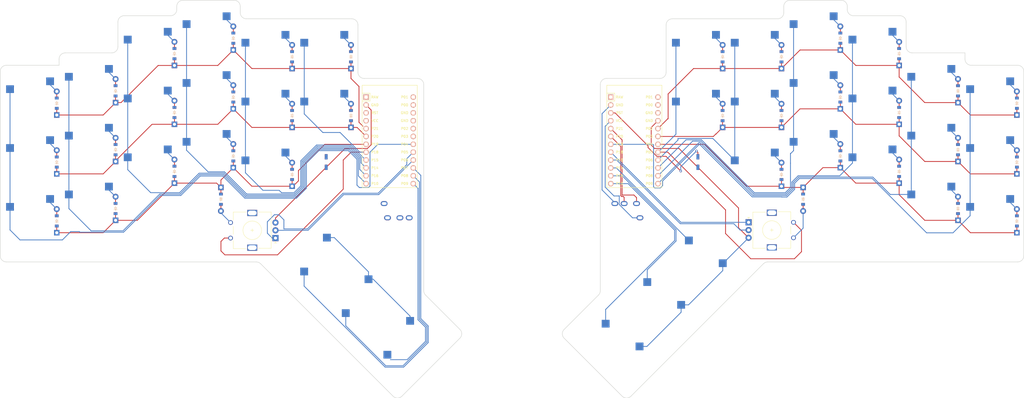
<source format=kicad_pcb>
(kicad_pcb (version 20211014) (generator pcbnew)
  (title_block (title "lenz03") (rev "v1.0.0") (company "Unknown"))
  (layers (0 "F.Cu" signal) (31 "B.Cu" signal) (34 "B.Paste" user) (35 "F.Paste" user) (36 "B.SilkS" user "B.Silkscreen") (37 "F.SilkS" user "F.Silkscreen") (38 "B.Mask" user) (39 "F.Mask" user) (44 "Edge.Cuts" user))
  (net 0 "")
  (net 1 "P4")
  (net 2 "prepinky_bottom")
  (net 3 "P19")
  (net 4 "prepinky_home")
  (net 5 "P20")
  (net 6 "prepinky_top")
  (net 7 "P21")
  (net 8 "P10")
  (net 9 "pinky_bottom")
  (net 10 "pinky_home")
  (net 11 "pinky_top")
  (net 12 "P16")
  (net 13 "ring_bottom")
  (net 14 "ring_home")
  (net 15 "ring_top")
  (net 16 "P14")
  (net 17 "middle_bottom")
  (net 18 "middle_home")
  (net 19 "middle_top")
  (net 20 "P15")
  (net 21 "index_bottom")
  (net 22 "index_home")
  (net 23 "index_top")
  (net 24 "P18")
  (net 25 "postindex_home")
  (net 26 "postindex_top")
  (net 27 "near_home")
  (net 28 "P5")
  (net 29 "GND")
  (net 30 "P6")
  (net 31 "P7")
  (net 32 "P8")
  (net 33 "P9")
  (net 34 "mirror_prepinky_bottom")
  (net 35 "mirror_prepinky_home")
  (net 36 "P3")
  (net 37 "mirror_prepinky_top")
  (net 38 "P2")
  (net 39 "mirror_pinky_bottom")
  (net 40 "mirror_pinky_home")
  (net 41 "mirror_pinky_top")
  (net 42 "mirror_ring_bottom")
  (net 43 "mirror_ring_home")
  (net 44 "mirror_ring_top")
  (net 45 "mirror_middle_bottom")
  (net 46 "mirror_middle_home")
  (net 47 "mirror_middle_top")
  (net 48 "mirror_index_bottom")
  (net 49 "mirror_index_home")
  (net 50 "mirror_index_top")
  (net 51 "mirror_postindex_home")
  (net 52 "mirror_postindex_top")
  (net 53 "mirror_near_home")
  (net 54 "RAW")
  (net 55 "RST")
  (net 56 "VCC")
  (net 57 "P1")
  (net 58 "P0")
  (footprint "ComboDiode" (layer "F.Cu") (at 299 -33 90)
    (fp_text reference "D26" hide)
    (fp_text value "" hide)
  )
  (footprint "MX" (layer "F.Cu") (at 310 -42)
    (fp_text reference "S26" hide)
    (fp_text value "" hide)
  )
  (footprint "MX" (layer "F.Cu") (at 234 -34)
    (fp_text reference "S36" hide)
    (fp_text value "" hide)
  )
  (footprint "ComboDiode" (layer "F.Cu") (at 27 2 90)
    (fp_text reference "D1" hide)
    (fp_text value "" hide)
  )
  (footprint "ComboDiode" (layer "F.Cu") (at 84 -57 90)
    (fp_text reference "D12" hide)
    (fp_text value "" hide)
  )
  (footprint "MX" (layer "F.Cu") (at 127.120058 28.556349 45)
    (fp_text reference "S19" hide)
    (fp_text value "" hide)
  )
  (footprint "ComboDiode" (layer "F.Cu") (at 122 -51 90)
    (fp_text reference "D17" hide)
    (fp_text value "" hide)
  )
  (footprint "MX" (layer "F.Cu") (at 234 -53)
    (fp_text reference "S37" hide)
    (fp_text value "" hide)
  )
  (footprint "ComboDiode" (layer "F.Cu") (at 337 2 90)
    (fp_text reference "D19" hide)
    (fp_text value "" hide)
  )
  (footprint "MX" (layer "F.Cu") (at 253 -53)
    (fp_text reference "S35" hide)
    (fp_text value "" hide)
  )
  (footprint "MX" (layer "F.Cu") (at 38 -4)
    (fp_text reference "S4" hide)
    (fp_text value "" hide)
  )
  (footprint "MX" (layer "F.Cu") (at 291 -16)
    (fp_text reference "S27" hide)
    (fp_text value "" hide)
  )
  (footprint "MX" (layer "F.Cu") (at 19 -19)
    (fp_text reference "S2" hide)
    (fp_text value "" hide)
  )
  (footprint "MX" (layer "F.Cu") (at 38 -23)
    (fp_text reference "S5" hide)
    (fp_text value "" hide)
  )
  (footprint "Button_Switch_SMD:SW_SPST_B3U-1000P" (layer "F.Cu") (at 114 -17 90)
    (fp_text reference "")
    (fp_text value "")
  )
  (footprint "MX" (layer "F.Cu") (at 272 -40)
    (fp_text reference "S31" hide)
    (fp_text value "" hide)
  )
  (footprint "MX" (layer "F.Cu") (at 76 -59)
    (fp_text reference "S12" hide)
    (fp_text value "" hide)
  )
  (footprint "ComboDiode" (layer "F.Cu") (at 261 -32 90)
    (fp_text reference "D32" hide)
    (fp_text value "" hide)
  )
  (footprint "MX" (layer "F.Cu") (at 19 0)
    (fp_text reference "S1" hide)
    (fp_text value "" hide)
  )
  (footprint "MX" (layer "F.Cu") (at 310 -4)
    (fp_text reference "S24" hide)
    (fp_text value "" hide)
  )
  (footprint "ComboDiode" (layer "F.Cu") (at 27 -36 90)
    (fp_text reference "D3" hide)
    (fp_text value "" hide)
  )
  (footprint "MX" (layer "F.Cu") (at 57 -35)
    (fp_text reference "S8" hide)
    (fp_text value "" hide)
  )
  (footprint "MX" (layer "F.Cu") (at 329 -38)
    (fp_text reference "S23" hide)
    (fp_text value "" hide)
  )
  (footprint "MX" (layer "F.Cu") (at 95 -34)
    (fp_text reference "S14" hide)
    (fp_text value "" hide)
  )
  (footprint "MX" (layer "F.Cu") (at 113.685029 15.12132 45)
    (fp_text reference "S18" hide)
    (fp_text value "" hide)
  )
  (footprint "MX" (layer "F.Cu") (at 76 -40)
    (fp_text reference "S11" hide)
    (fp_text value "" hide)
  )
  (footprint "MX" (layer "F.Cu") (at 19 -38)
    (fp_text reference "S3" hide)
    (fp_text value "" hide)
  )
  (footprint "MX" (layer "F.Cu") (at 38 -42)
    (fp_text reference "S6" hide)
    (fp_text value "" hide)
  )
  (footprint "MX" (layer "F.Cu") (at 76 -21)
    (fp_text reference "S10" hide)
    (fp_text value "" hide)
  )
  (footprint "ComboDiode" (layer "F.Cu") (at 84 -19 90)
    (fp_text reference "D10" hide)
    (fp_text value "" hide)
  )
  (footprint "ComboDiode" (layer "F.Cu") (at 84 -38 90)
    (fp_text reference "D11" hide)
    (fp_text value "" hide)
  )
  (footprint "TRRS-PJ-320A-dual" (layer "F.Cu") (at 204 -3.6 90)
    (fp_text reference "REF**")
    (fp_text value "TRRS-PJ-320A-dual")
  )
  (footprint "MX" (layer "F.Cu") (at 329 0)
    (fp_text reference "S21" hide)
    (fp_text value "" hide)
  )
  (footprint "ProMicro" (layer "F.Cu") (at 134.5 -24 -90)
    (fp_text reference "MCU1" hide)
    (fp_text value "" hide)
  )
  (footprint "ComboDiode" (layer "F.Cu") (at 80 -5 -90)
    (fp_text reference "D18" hide)
    (fp_text value "" hide)
  )
  (footprint "ComboDiode" (layer "F.Cu") (at 103 -51 90)
    (fp_text reference "D15" hide)
    (fp_text value "" hide)
  )
  (footprint "Button_Switch_SMD:SW_SPST_B3U-1000P" (layer "F.Cu") (at 234 -17 90)
    (fp_text reference "")
    (fp_text value "")
  )
  (footprint "MX" (layer "F.Cu") (at 207.444913 41.991378 -45)
    (fp_text reference "S40" hide)
    (fp_text value "" hide)
  )
  (footprint "ComboDiode" (layer "F.Cu") (at 318 -21 90)
    (fp_text reference "D23" hide)
    (fp_text value "" hide)
  )
  (footprint "ComboDiode" (layer "F.Cu") (at 122 -32 90)
    (fp_text reference "D16" hide)
    (fp_text value "" hide)
  )
  (footprint "ComboDiode" (layer "F.Cu") (at 318 -40 90)
    (fp_text reference "D24" hide)
    (fp_text value "" hide)
  )
  (footprint "ComboDiode" (layer "F.Cu") (at 318 -2 90)
    (fp_text reference "D22" hide)
    (fp_text value "" hide)
  )
  (footprint "ComboDiode" (layer "F.Cu") (at 337 -17 90)
    (fp_text reference "D20" hide)
    (fp_text value "" hide)
  )
  (footprint "rotary_encoder" (layer "F.Cu") (at 90 5 180)
    (fp_text reference "ROT1" hide)
    (fp_text value "")
  )
  (footprint "ComboDiode" (layer "F.Cu") (at 65 -52 90)
    (fp_text reference "D9" hide)
    (fp_text value "" hide)
  )
  (footprint "MX" (layer "F.Cu") (at 291 -54)
    (fp_text reference "S29" hide)
    (fp_text value "" hide)
  )
  (footprint "ComboDiode" (layer "F.Cu") (at 65 -33 90)
    (fp_text reference "D8" hide)
    (fp_text value "" hide)
  )
  (footprint "ComboDiode" (layer "F.Cu") (at 299 -14 90)
    (fp_text reference "D25" hide)
    (fp_text value "" hide)
  )
  (footprint "ComboDiode" (layer "F.Cu") (at 65 -14 90)
    (fp_text reference "D7" hide)
    (fp_text value "" hide)
  )
  (footprint "MX" (layer "F.Cu") (at 95 -53)
    (fp_text reference "S15" hide)
    (fp_text value "" hide)
  )
  (footprint "MX" (layer "F.Cu") (at 272 -21)
    (fp_text reference "S30" hide)
    (fp_text value "" hide)
  )
  (footprint "MX" (layer "F.Cu") (at 140.555087 41.991378 45)
    (fp_text reference "S20" hide)
    (fp_text value "" hide)
  )
  (footprint "MX" (layer "F.Cu") (at 220.879942 28.556349 -45)
    (fp_text reference "S39" hide)
    (fp_text value "" hide)
  )
  (footprint "ComboDiode" (layer "F.Cu") (at 299 -52 90)
    (fp_text reference "D27" hide)
    (fp_text value "" hide)
  )
  (footprint "ComboDiode" (layer "F.Cu") (at 103 -13 90)
    (fp_text reference "D13" hide)
    (fp_text value "" hide)
  )
  (footprint "MX" (layer "F.Cu") (at 57 -16)
    (fp_text reference "S7" hide)
    (fp_text value "" hide)
  )
  (footprint "ComboDiode" (layer "F.Cu") (at 337 -36 90)
    (fp_text reference "D21" hide)
    (fp_text value "" hide)
  )
  (footprint "ComboDiode" (layer "F.Cu") (at 46 -21 90)
    (fp_text reference "D5" hide)
    (fp_text value "" hide)
  )
  (footprint "ComboDiode" (layer "F.Cu") (at 261 -51 90)
    (fp_text reference "D33" hide)
    (fp_text value "" hide)
  )
  (footprint "ComboDiode" (layer "F.Cu") (at 280 -57 90)
    (fp_text reference "D30" hide)
    (fp_text value "" hide)
  )
  (footprint "MX" (layer "F.Cu") (at 272 -59)
    (fp_text reference "S32" hide)
    (fp_text value "" hide)
  )
  (footprint "MX" (layer "F.Cu") (at 234.314971 15.12132 -45)
    (fp_text reference "S38" hide)
    (fp_text value "" hide)
  )
  (footprint "ComboDiode" (layer "F.Cu") (at 46 -40 90)
    (fp_text reference "D6" hide)
    (fp_text value "" hide)
  )
  (footprint "ComboDiode" (layer "F.Cu") (at 103 -32 90)
    (fp_text reference "D14" hide)
    (fp_text value "" hide)
  )
  (footprint "MX" (layer "F.Cu") (at 114 -34)
    (fp_text reference "S16" hide)
    (fp_text value "" hide)
  )
  (footprint "MX" (layer "F.Cu") (at 291 -35)
    (fp_text reference "S28" hide)
    (fp_text value "" hide)
  )
  (footprint "TRRS-PJ-320A-dual" (layer "F.Cu") (at 144 1 -90)
    (fp_text reference "REF**")
    (fp_text value "TRRS-PJ-320A-dual")
  )
  (footprint "ComboDiode" (layer "F.Cu") (at 242 -51 90)
    (fp_text reference "D35" hide)
    (fp_text value "" hide)
  )
  (footprint "ComboDiode" (layer "F.Cu") (at 280 -19 90)
    (fp_text reference "D28" hide)
    (fp_text value "" hide)
  )
  (footprint "MX" (layer "F.Cu") (at 95 -15)
    (fp_text reference "S13" hide)
    (fp_text value "" hide)
  )
  (footprint "ProMicro" (layer "F.Cu") (at 213.5 -24 -90)
    (fp_text reference "MCU2" hide)
    (fp_text value "" hide)
  )
  (footprint "MX" (layer "F.Cu") (at 57 -54)
    (fp_text reference "S9" hide)
    (fp_text value "" hide)
  )
  (footprint "MX" (layer "F.Cu") (at 310 -23)
    (fp_text reference "S25" hide)
    (fp_text value "" hide)
  )
  (footprint "ComboDiode" (layer "F.Cu") (at 261 -13 90)
    (fp_text reference "D31" hide)
    (fp_text value "" hide)
  )
  (footprint "ComboDiode" (layer "F.Cu") (at 46 -2 90)
    (fp_text reference "D4" hide)
    (fp_text value "" hide)
  )
  (footprint "rotary_encoder" (layer "F.Cu") (at 258 5)
    (fp_text reference "ROT2" hide)
    (fp_text value "")
  )
  (footprint "ComboDiode" (layer "F.Cu") (at 242 -32 90)
    (fp_text reference "D34" hide)
    (fp_text value "" hide)
  )
  (footprint "MX" (layer "F.Cu") (at 253 -15)
    (fp_text reference "S33" hide)
    (fp_text value "" hide)
  )
  (footprint "MX" (layer "F.Cu") (at 329 -19)
    (fp_text reference "S22" hide)
    (fp_text value "" hide)
  )
  (footprint "ComboDiode" (layer "F.Cu") (at 280 -38 90)
    (fp_text reference "D29" hide)
    (fp_text value "" hide)
  )
  (footprint "MX" (layer "F.Cu") (at 114 -53)
    (fp_text reference "S17" hide)
    (fp_text value "" hide)
  )
  (footprint "ComboDiode" (layer "F.Cu") (at 268 -5 -90)
    (fp_text reference "D36" hide)
    (fp_text value "" hide)
  )
  (footprint "ComboDiode" (layer "F.Cu") (at 27 -17 90)
    (fp_text reference "D2" hide)
    (fp_text value "" hide)
  )
  (footprint "MX" (layer "F.Cu") (at 253 -34)
    (fp_text reference "S34" hide)
    (fp_text value "" hide)
  )
  (gr_arc (start 202.5 24.541107) (mid 202.347759 25.306474) (end 201.914214 25.955321) (layer "Edge.Cuts") (width 0.15))
  (gr_line (start 46.75 -54.25) (end 46.75 -62.25) (layer "Edge.Cuts") (width 0.15))
  (gr_line (start 190.827904 39.870058) (end 209.566234 58.608387) (layer "Edge.Cuts") (width 0.15))
  (gr_line (start 67.75 -69.25) (end 84.25 -69.25) (layer "Edge.Cuts") (width 0.15))
  (gr_line (start 8.75 13.25) (end 8.75 -46.25) (layer "Edge.Cuts") (width 0.15))
  (gr_line (start 29.75 -52.25) (end 44.75 -52.25) (layer "Edge.Cuts") (width 0.15))
  (gr_line (start 48.75 -64.25) (end 63.75 -64.25) (layer "Edge.Cuts") (width 0.15))
  (gr_arc (start 157.172096 37.04163) (mid 157.757883 38.455844) (end 157.172096 39.870058) (layer "Edge.Cuts") (width 0.15))
  (gr_arc (start 65.75 -66.25) (mid 65.164214 -64.835786) (end 63.75 -64.25) (layer "Edge.Cuts") (width 0.15))
  (gr_arc (start 261.75 -65.25) (mid 261.164214 -63.835786) (end 259.75 -63.25) (layer "Edge.Cuts") (width 0.15))
  (gr_arc (start 122.25 -63.25) (mid 123.664214 -62.664214) (end 124.25 -61.25) (layer "Edge.Cuts") (width 0.15))
  (gr_arc (start 255.167261 15.835786) (mid 255.816108 15.40224) (end 256.581475 15.25) (layer "Edge.Cuts") (width 0.15))
  (gr_line (start 202.5 -42) (end 202.5 24.541108) (layer "Edge.Cuts") (width 0.15))
  (gr_line (start 124.25 -46) (end 124.25 -61.25) (layer "Edge.Cuts") (width 0.15))
  (gr_line (start 256.581475 15.25) (end 337.25 15.25) (layer "Edge.Cuts") (width 0.15))
  (gr_arc (start 339.25 13.25) (mid 338.664214 14.664214) (end 337.25 15.25) (layer "Edge.Cuts") (width 0.15))
  (gr_line (start 303.25 -52.25) (end 320.25 -52.25) (layer "Edge.Cuts") (width 0.15))
  (gr_line (start 10.75 15.25) (end 91.418525 15.25) (layer "Edge.Cuts") (width 0.15))
  (gr_arc (start 46.75 -62.25) (mid 47.335786 -63.664214) (end 48.75 -64.25) (layer "Edge.Cuts") (width 0.15))
  (gr_line (start 322.25 -48.25) (end 337.25 -48.25) (layer "Edge.Cuts") (width 0.15))
  (gr_line (start 65.75 -66.25) (end 65.75 -67.25) (layer "Edge.Cuts") (width 0.15))
  (gr_line (start 221.75 -44) (end 204.5 -44) (layer "Edge.Cuts") (width 0.15))
  (gr_arc (start 143.5 -44) (mid 144.914214 -43.414214) (end 145.5 -42) (layer "Edge.Cuts") (width 0.15))
  (gr_line (start 86.25 -67.25) (end 86.25 -65.25) (layer "Edge.Cuts") (width 0.15))
  (gr_line (start 92.832738 15.835786) (end 135.605339 58.608387) (layer "Edge.Cuts") (width 0.15))
  (gr_line (start 284.25 -64.25) (end 299.25 -64.25) (layer "Edge.Cuts") (width 0.15))
  (gr_arc (start 146.085786 25.955321) (mid 145.65224 25.306474) (end 145.5 24.541107) (layer "Edge.Cuts") (width 0.15))
  (gr_arc (start 223.75 -61.25) (mid 224.335786 -62.664214) (end 225.75 -63.25) (layer "Edge.Cuts") (width 0.15))
  (gr_line (start 190.827904 37.04163) (end 201.914214 25.955321) (layer "Edge.Cuts") (width 0.15))
  (gr_line (start 212.394661 58.608387) (end 255.167262 15.835786) (layer "Edge.Cuts") (width 0.15))
  (gr_arc (start 261.75 -67.25) (mid 262.335786 -68.664214) (end 263.75 -69.25) (layer "Edge.Cuts") (width 0.15))
  (gr_arc (start 322.25 -48.25) (mid 320.835786 -48.835786) (end 320.25 -50.25) (layer "Edge.Cuts") (width 0.15))
  (gr_arc (start 190.827904 39.870058) (mid 190.242117 38.455844) (end 190.827904 37.04163) (layer "Edge.Cuts") (width 0.15))
  (gr_arc (start 46.75 -54.25) (mid 46.164214 -52.835786) (end 44.75 -52.25) (layer "Edge.Cuts") (width 0.15))
  (gr_arc (start 299.25 -64.25) (mid 300.664214 -63.664214) (end 301.25 -62.25) (layer "Edge.Cuts") (width 0.15))
  (gr_arc (start 284.25 -64.25) (mid 282.835786 -64.835786) (end 282.25 -66.25) (layer "Edge.Cuts") (width 0.15))
  (gr_line (start 146.085786 25.955321) (end 157.172096 37.041631) (layer "Edge.Cuts") (width 0.15))
  (gr_line (start 263.75 -69.25) (end 280.25 -69.25) (layer "Edge.Cuts") (width 0.15))
  (gr_arc (start 65.75 -67.25) (mid 66.335786 -68.664214) (end 67.75 -69.25) (layer "Edge.Cuts") (width 0.15))
  (gr_arc (start 10.75 15.25) (mid 9.335786 14.664214) (end 8.75 13.25) (layer "Edge.Cuts") (width 0.15))
  (gr_arc (start 8.75 -46.25) (mid 9.335786 -47.664214) (end 10.75 -48.25) (layer "Edge.Cuts") (width 0.15))
  (gr_arc (start 212.39466 58.608387) (mid 210.980447 59.194173) (end 209.566234 58.608387) (layer "Edge.Cuts") (width 0.15))
  (gr_line (start 27.75 -48.25) (end 27.75 -50.25) (layer "Edge.Cuts") (width 0.15))
  (gr_line (start 320.25 -52.25) (end 320.25 -50.25) (layer "Edge.Cuts") (width 0.15))
  (gr_line (start 138.433766 58.608387) (end 157.172096 39.870058) (layer "Edge.Cuts") (width 0.15))
  (gr_arc (start 303.25 -52.25) (mid 301.835786 -52.835786) (end 301.25 -54.25) (layer "Edge.Cuts") (width 0.15))
  (gr_line (start 88.25 -63.25) (end 122.25 -63.25) (layer "Edge.Cuts") (width 0.15))
  (gr_arc (start 138.433766 58.608388) (mid 137.019552 59.194174) (end 135.605339 58.608387) (layer "Edge.Cuts") (width 0.15))
  (gr_arc (start 337.25 -48.25) (mid 338.664214 -47.664214) (end 339.25 -46.25) (layer "Edge.Cuts") (width 0.15))
  (gr_arc (start 223.75 -46) (mid 223.164214 -44.585786) (end 221.75 -44) (layer "Edge.Cuts") (width 0.15))
  (gr_arc (start 84.25 -69.25) (mid 85.664214 -68.664214) (end 86.25 -67.25) (layer "Edge.Cuts") (width 0.15))
  (gr_arc (start 91.418524 15.25) (mid 92.183891 15.402241) (end 92.832738 15.835786) (layer "Edge.Cuts") (width 0.15))
  (gr_line (start 261.75 -65.25) (end 261.75 -67.25) (layer "Edge.Cuts") (width 0.15))
  (gr_line (start 282.25 -67.25) (end 282.25 -66.25) (layer "Edge.Cuts") (width 0.15))
  (gr_arc (start 126.25 -44) (mid 124.835786 -44.585786) (end 124.25 -46) (layer "Edge.Cuts") (width 0.15))
  (gr_arc (start 280.25 -69.25) (mid 281.664214 -68.664214) (end 282.25 -67.25) (layer "Edge.Cuts") (width 0.15))
  (gr_arc (start 202.5 -42) (mid 203.085786 -43.414214) (end 204.5 -44) (layer "Edge.Cuts") (width 0.15))
  (gr_line (start 339.25 13.25) (end 339.25 -46.25) (layer "Edge.Cuts") (width 0.15))
  (gr_line (start 143.5 -44) (end 126.25 -44) (layer "Edge.Cuts") (width 0.15))
  (gr_line (start 10.75 -48.25) (end 27.75 -48.25) (layer "Edge.Cuts") (width 0.15))
  (gr_arc (start 27.75 -50.25) (mid 28.335786 -51.664214) (end 29.75 -52.25) (layer "Edge.Cuts") (width 0.15))
  (gr_line (start 223.75 -46) (end 223.75 -61.25) (layer "Edge.Cuts") (width 0.15))
  (gr_line (start 225.75 -63.25) (end 259.75 -63.25) (layer "Edge.Cuts") (width 0.15))
  (gr_line (start 301.25 -54.25) (end 301.25 -62.25) (layer "Edge.Cuts") (width 0.15))
  (gr_arc (start 88.25 -63.25) (mid 86.835786 -63.835786) (end 86.25 -65.25) (layer "Edge.Cuts") (width 0.15))
  (gr_line (start 145.5 24.541107) (end 145.5 -42) (layer "Edge.Cuts") (width 0.15))
  (segment (start 268 -8.81) (end 261.38 -8.81) (width 0.25) (layer "F.Cu") (net 1))
  (segment (start 268 -8.81) (end 268 -6.65) (width 0.25) (layer "F.Cu") (net 1))
  (segment (start 337 3.65) (end 337 5.81) (width 0.25) (layer "F.Cu") (net 1))
  (segment (start 261.38 -8.81) (end 261 -9.19) (width 0.25) (layer "F.Cu") (net 1))
  (segment (start 280 -15.19) (end 280 -17.35) (width 0.25) (layer "F.Cu") (net 1))
  (segment (start 299 -10.19) (end 285 -10.19) (width 0.25) (layer "F.Cu") (net 1))
  (segment (start 261 -9.19) (end 261 -11.35) (width 0.25) (layer "F.Cu") (net 1))
  (segment (start 322 5.81) (end 318 1.81) (width 0.25) (layer "F.Cu") (net 1))
  (segment (start 236.223 -22.73) (end 221.12 -22.73) (width 0.25) (layer "F.Cu") (net 1))
  (segment (start 285 -10.19) (end 280 -15.19) (width 0.25) (layer "F.Cu") (net 1))
  (segment (start 249.763 -9.19) (end 236.223 -22.73) (width 0.25) (layer "F.Cu") (net 1))
  (segment (start 307.262629 1.81) (end 299 -6.452629) (width 0.25) (layer "F.Cu") (net 1))
  (segment (start 318 -0.35) (end 318 1.81) (width 0.25) (layer "F.Cu") (net 1))
  (segment (start 280 -15.19) (end 274.38 -15.19) (width 0.25) (layer "F.Cu") (net 1))
  (segment (start 261 -9.19) (end 249.763 -9.19) (width 0.25) (layer "F.Cu") (net 1))
  (segment (start 337 5.81) (end 322 5.81) (width 0.25) (layer "F.Cu") (net 1))
  (segment (start 274.38 -15.19) (end 268 -8.81) (width 0.25) (layer "F.Cu") (net 1))
  (segment (start 318 1.81) (end 307.262629 1.81) (width 0.25) (layer "F.Cu") (net 1))
  (segment (start 299 -10.19) (end 299 -12.35) (width 0.25) (layer "F.Cu") (net 1))
  (segment (start 299 -6.452629) (end 299 -10.19) (width 0.25) (layer "F.Cu") (net 1))
  (segment (start 73.328792 -12.493) (end 67.047792 -6.212) (width 0.25) (layer "B.Cu") (net 1))
  (segment (start 121.17302 -20.679) (end 111.616584 -20.679) (width 0.25) (layer "B.Cu") (net 1))
  (segment (start 128.143 -20.193) (end 128.143 -9.271) (width 0.25) (layer "B.Cu") (net 1))
  (segment (start 15.113 8.128) (end 11.915 4.93) (width 0.25) (layer "B.Cu") (net 1))
  (segment (start 67.047792 -6.212) (end 60.442396 -6.212) (width 0.25) (layer "B.Cu") (net 1))
  (segment (start 123.934104 -17.917916) (end 121.17302 -20.679) (width 0.25) (layer "B.Cu") (net 1))
  (segment (start 128.143 -9.271) (end 127.635 -8.763) (width 0.25) (layer "B.Cu") (net 1))
  (segment (start 104.377584 -5.312) (end 87.774812 -5.312) (width 0.25) (layer "B.Cu") (net 1))
  (segment (start 123.934104 -9.542896) (end 123.934104 -17.917916) (width 0.25) (layer "B.Cu") (net 1))
  (segment (start 107.591 -16.653416) (end 107.591 -8.525416) (width 0.25) (layer "B.Cu") (net 1))
  (segment (start 31.496 5.461) (end 28.829 8.128) (width 0.25) (layer "B.Cu") (net 1))
  (segment (start 34.29 5.461) (end 31.496 5.461) (width 0.25) (layer "B.Cu") (net 1))
  (segment (start 48.573396 5.657) (end 34.486 5.657) (width 0.25) (layer "B.Cu") (net 1))
  (segment (start 107.591 -8.525416) (end 104.377584 -5.312) (width 0.25) (layer "B.Cu") (net 1))
  (segment (start 111.616584 -20.679) (end 107.591 -16.653416) (width 0.25) (layer "B.Cu") (net 1))
  (segment (start 34.486 5.657) (end 34.29 5.461) (width 0.25) (layer "B.Cu") (net 1))
  (segment (start 87.774812 -5.312) (end 80.593812 -12.493) (width 0.25) (layer "B.Cu") (net 1))
  (segment (start 124.714 -8.763) (end 123.934104 -9.542896) (width 0.25) (layer "B.Cu") (net 1))
  (segment (start 60.442396 -6.212) (end 48.573396 5.657) (width 0.25) (layer "B.Cu") (net 1))
  (segment (start 127.635 -8.763) (end 124.714 -8.763) (width 0.25) (layer "B.Cu") (net 1))
  (segment (start 142.12 -22.73) (end 130.68 -22.73) (width 0.25) (layer "B.Cu") (net 1))
  (segment (start 11.915 4.93) (end 11.915 -2.54) (width 0.25) (layer "B.Cu") (net 1))
  (segment (start 28.829 8.128) (end 15.113 8.128) (width 0.25) (layer "B.Cu") (net 1))
  (segment (start 11.915 -40.54) (end 11.915 -21.54) (width 0.25) (layer "B.Cu") (net 1))
  (segment (start 80.593812 -12.493) (end 73.328792 -12.493) (width 0.25) (layer "B.Cu") (net 1))
  (segment (start 11.915 -21.54) (end 11.915 -2.54) (width 0.25) (layer "B.Cu") (net 1))
  (segment (start 130.68 -22.73) (end 128.143 -20.193) (width 0.25) (layer "B.Cu") (net 1))
  (segment (start 27 0.35) (end 27 -1.81) (width 0.25) (layer "F.Cu") (net 2))
  (segment (start 24.842 -5.08) (end 24.842 -3.968) (width 0.25) (layer "B.Cu") (net 2))
  (segment (start 24.842 -3.968) (end 27 -1.81) (width 0.25) (layer "B.Cu") (net 2))
  (segment (start 80 -8.81) (end 80 -6.65) (width 0.25) (layer "F.Cu") (net 3))
  (segment (start 103 -9.19) (end 103.297 -9.19) (width 0.25) (layer "F.Cu") (net 3))
  (segment (start 27 5.81) (end 42 5.81) (width 0.25) (layer "F.Cu") (net 3))
  (segment (start 105.029 -14.224) (end 113.535 -22.73) (width 0.25) (layer "F.Cu") (net 3))
  (segment (start 105.029 -10.922) (end 105.029 -14.224) (width 0.25) (layer "F.Cu") (net 3))
  (segment (start 90 -9.19) (end 103 -9.19) (width 0.25) (layer "F.Cu") (net 3))
  (segment (start 84 -15.19) (end 90 -9.19) (width 0.25) (layer "F.Cu") (net 3))
  (segment (start 113.535 -22.73) (end 126.88 -22.73) (width 0.25) (layer "F.Cu") (net 3))
  (segment (start 42 5.81) (end 46 1.81) (width 0.25) (layer "F.Cu") (net 3))
  (segment (start 80 -8.81) (end 80 -11.19) (width 0.25) (layer "F.Cu") (net 3))
  (segment (start 65 -10.19) (end 65 -12.35) (width 0.25) (layer "F.Cu") (net 3))
  (segment (start 103 -9.19) (end 103 -11.35) (width 0.25) (layer "F.Cu") (net 3))
  (segment (start 80 -11.19) (end 84 -15.19) (width 0.25) (layer "F.Cu") (net 3))
  (segment (start 46 1.81) (end 46 -0.35) (width 0.25) (layer "F.Cu") (net 3))
  (segment (start 78.62 -10.19) (end 80 -8.81) (width 0.25) (layer "F.Cu") (net 3))
  (segment (start 84 -17.35) (end 84 -15.19) (width 0.25) (layer "F.Cu") (net 3))
  (segment (start 53 1.81) (end 65 -10.19) (width 0.25) (layer "F.Cu") (net 3))
  (segment (start 103.297 -9.19) (end 105.029 -10.922) (width 0.25) (layer "F.Cu") (net 3))
  (segment (start 27 5.81) (end 27 3.65) (width 0.25) (layer "F.Cu") (net 3))
  (segment (start 46 1.81) (end 53 1.81) (width 0.25) (layer "F.Cu") (net 3))
  (segment (start 65 -10.19) (end 78.62 -10.19) (width 0.25) (layer "F.Cu") (net 3))
  (segment (start 222.631 -9.398) (end 222.631 -10.904604) (width 0.25) (layer "B.Cu") (net 3))
  (segment (start 261.065 -5.762) (end 261.112 -5.715) (width 0.25) (layer "B.Cu") (net 3))
  (segment (start 251.54 -5.762) (end 261.065 -5.762) (width 0.25) (layer "B.Cu") (net 3))
  (segment (start 321.915 0.323) (end 321.915 -2.54) (width 0.25) (layer "B.Cu") (net 3))
  (segment (start 316.396 5.842) (end 321.915 0.323) (width 0.25) (layer "B.Cu") (net 3))
  (segment (start 265.256 -8.203812) (end 265.256 -10.16) (width 0.25) (layer "B.Cu") (net 3))
  (segment (start 307.846604 5.842) (end 316.396 5.842) (width 0.25) (layer "B.Cu") (net 3))
  (segment (start 219.71 -22.479) (end 219.71 -9.017) (width 0.25) (layer "B.Cu") (net 3))
  (segment (start 222.631 -10.904604) (end 234.514198 -22.787802) (width 0.25) (layer "B.Cu") (net 3))
  (segment (start 266.769 -11.673) (end 290.331604 -11.673) (width 0.25) (layer "B.Cu") (net 3))
  (segment (start 221.869 -8.636) (end 222.631 -9.398) (width 0.25) (layer "B.Cu") (net 3))
  (segment (start 234.514198 -22.787802) (end 251.54 -5.762) (width 0.25) (layer "B.Cu") (net 3))
  (segment (start 321.915 -40.54) (end 321.915 -2.54) (width 0.25) (layer "B.Cu") (net 3))
  (segment (start 219.459 -22.73) (end 219.71 -22.479) (width 0.25) (layer "B.Cu") (net 3))
  (segment (start 219.71 -9.017) (end 220.091 -8.636) (width 0.25) (layer "B.Cu") (net 3))
  (segment (start 261.112 -5.715) (end 262.767188 -5.715) (width 0.25) (layer "B.Cu") (net 3))
  (segment (start 290.331604 -11.673) (end 307.846604 5.842) (width 0.25) (layer "B.Cu") (net 3))
  (segment (start 205.88 -22.73) (end 219.459 -22.73) (width 0.25) (layer "B.Cu") (net 3))
  (segment (start 220.091 -8.636) (end 221.869 -8.636) (width 0.25) (layer "B.Cu") (net 3))
  (segment (start 265.256 -10.16) (end 266.769 -11.673) (width 0.25) (layer "B.Cu") (net 3))
  (segment (start 262.767188 -5.715) (end 265.256 -8.203812) (width 0.25) (layer "B.Cu") (net 3))
  (segment (start 27 -18.65) (end 27 -20.81) (width 0.25) (layer "F.Cu") (net 4))
  (segment (start 24.842 -24.08) (end 24.842 -22.968) (width 0.25) (layer "B.Cu") (net 4))
  (segment (start 24.842 -22.968) (end 27 -20.81) (width 0.25) (layer "B.Cu") (net 4))
  (segment (start 209.363604 -5.9) (end 209.1 -6.163604) (width 0.25) (layer "F.Cu") (net 5))
  (segment (start 65 -29.19) (end 79 -29.19) (width 0.25) (layer "F.Cu") (net 5))
  (segment (start 79 -29.19) (end 84 -34.19) (width 0.25) (layer "F.Cu") (net 5))
  (segment (start 90 -28.19) (end 103 -28.19) (width 0.25) (layer "F.Cu") (net 5))
  (segment (start 123.96 -28.19) (end 126.88 -25.27) (width 0.25) (layer "F.Cu") (net 5))
  (segment (start 84 -34.19) (end 84 -36.35) (width 0.25) (layer "F.Cu") (net 5))
  (segment (start 209.1 -22.05) (end 205.88 -25.27) (width 0.25) (layer "F.Cu") (net 5))
  (segment (start 209.931 -5.9) (end 209.363604 -5.9) (width 0.25) (layer "F.Cu") (net 5))
  (segment (start 122 -28.19) (end 123.96 -28.19) (width 0.25) (layer "F.Cu") (net 5))
  (segment (start 209.1 -6.163604) (end 209.1 -22.05) (width 0.25) (layer "F.Cu") (net 5))
  (segment (start 122 -28.19) (end 122 -30.35) (width 0.25) (layer "F.Cu") (net 5))
  (segment (start 27 -13.19) (end 27 -15.35) (width 0.25) (layer "F.Cu") (net 5))
  (segment (start 46 -17.19) (end 46 -17.425) (width 0.25) (layer "F.Cu") (net 5))
  (segment (start 84 -34.19) (end 90 -28.19) (width 0.25) (layer "F.Cu") (net 5))
  (segment (start 65 -29.19) (end 65 -31.35) (width 0.25) (layer "F.Cu") (net 5))
  (segment (start 27 -13.19) (end 42 -13.19) (width 0.25) (layer "F.Cu") (net 5))
  (segment (start 103 -28.19) (end 122 -28.19) (width 0.25) (layer "F.Cu") (net 5))
  (segment (start 210.2 -3.6) (end 210.2 -5.631) (width 0.25) (layer "F.Cu") (net 5))
  (segment (start 57.765 -29.19) (end 65 -29.19) (width 0.25) (layer "F.Cu") (net 5))
  (segment (start 46 -17.19) (end 46 -19.35) (width 0.25) (layer "F.Cu") (net 5))
  (segment (start 210.2 -5.631) (end 209.931 -5.9) (width 0.25) (layer "F.Cu") (net 5))
  (segment (start 103 -28.19) (end 103 -30.35) (width 0.25) (layer "F.Cu") (net 5))
  (segment (start 46 -17.425) (end 57.765 -29.19) (width 0.25) (layer "F.Cu") (net 5))
  (segment (start 42 -13.19) (end 46 -17.19) (width 0.25) (layer "F.Cu") (net 5))
  (segment (start 27 -37.65) (end 27 -39.81) (width 0.25) (layer "F.Cu") (net 6))
  (segment (start 24.842 -41.968) (end 27 -39.81) (width 0.25) (layer "B.Cu") (net 6))
  (segment (start 24.842 -43.08) (end 24.842 -41.968) (width 0.25) (layer "B.Cu") (net 6))
  (segment (start 214.2 -5.51) (end 214.2 -3.6) (width 0.25) (layer "F.Cu") (net 7))
  (segment (start 124.587 -41.402) (end 124.587 -29.845) (width 0.25) (layer "F.Cu") (net 7))
  (segment (start 122 -47.19) (end 122 -49.35) (width 0.25) (layer "F.Cu") (net 7))
  (segment (start 209.55 -24.14) (end 209.55 -6.35) (width 0.25) (layer "F.Cu") (net 7))
  (segment (start 47.747 -36.19) (end 59.747 -48.19) (width 0.25) (layer "F.Cu") (net 7))
  (segment (start 65 -48.19) (end 79 -48.19) (width 0.25) (layer "F.Cu") (net 7))
  (segment (start 84 -53.19) (end 84 -55.35) (width 0.25) (layer "F.Cu") (net 7))
  (segment (start 122 -43.989) (end 124.587 -41.402) (width 0.25) (layer "F.Cu") (net 7))
  (segment (start 103 -47.19) (end 103 -49.35) (width 0.25) (layer "F.Cu") (net 7))
  (segment (start 46 -36.19) (end 47.747 -36.19) (width 0.25) (layer "F.Cu") (net 7))
  (segment (start 90 -47.19) (end 103 -47.19) (width 0.25) (layer "F.Cu") (net 7))
  (segment (start 65 -48.19) (end 65 -50.35) (width 0.25) (layer "F.Cu") (net 7))
  (segment (start 27 -32.19) (end 42 -32.19) (width 0.25) (layer "F.Cu") (net 7))
  (segment (start 59.747 -48.19) (end 65 -48.19) (width 0.25) (layer "F.Cu") (net 7))
  (segment (start 103 -47.19) (end 122 -47.19) (width 0.25) (layer "F.Cu") (net 7))
  (segment (start 42 -32.19) (end 46 -36.19) (width 0.25) (layer "F.Cu") (net 7))
  (segment (start 209.55 -6.35) (end 213.36 -6.35) (width 0.25) (layer "F.Cu") (net 7))
  (segment (start 27 -32.19) (end 27 -34.35) (width 0.25) (layer "F.Cu") (net 7))
  (segment (start 124.587 -29.845) (end 125.857 -28.575) (width 0.25) (layer "F.Cu") (net 7))
  (segment (start 79 -48.19) (end 84 -53.19) (width 0.25) (layer "F.Cu") (net 7))
  (segment (start 205.88 -27.81) (end 209.55 -24.14) (width 0.25) (layer "F.Cu") (net 7))
  (segment (start 84 -53.19) (end 90 -47.19) (width 0.25) (layer "F.Cu") (net 7))
  (segment (start 122 -47.19) (end 122 -43.989) (width 0.25) (layer "F.Cu") (net 7))
  (segment (start 213.36 -6.35) (end 214.2 -5.51) (width 0.25) (layer "F.Cu") (net 7))
  (segment (start 46 -36.19) (end 46 -38.35) (width 0.25) (layer "F.Cu") (net 7))
  (segment (start 205.88 -10.03) (end 211.482962 -10.03) (width 0.25) (layer "B.Cu") (net 8))
  (segment (start 87.961208 -5.762) (end 80.780208 -12.943) (width 0.25) (layer "B.Cu") (net 8))
  (segment (start 80.780208 -12.943) (end 73.142396 -12.943) (width 0.25) (layer "B.Cu") (net 8))
  (segment (start 30.915 -44.54) (end 30.915 -6.54) (width 0.25) (layer "B.Cu") (net 8))
  (segment (start 66.861396 -6.662) (end 60.256 -6.662) (width 0.25) (layer "B.Cu") (net 8))
  (segment (start 124.384104 -12.525896) (end 124.384104 -18.104312) (width 0.25) (layer "B.Cu") (net 8))
  (segment (start 126.88 -10.03) (end 124.384104 -12.525896) (width 0.25) (layer "B.Cu") (net 8))
  (segment (start 107.141 -8.711812) (end 104.191188 -5.762) (width 0.25) (layer "B.Cu") (net 8))
  (segment (start 60.256 -6.662) (end 48.387 5.207) (width 0.25) (layer "B.Cu") (net 8))
  (segment (start 121.359416 -21.129) (end 111.430188 -21.129) (width 0.25) (layer "B.Cu") (net 8))
  (segment (start 30.915 -1.978) (end 30.915 -6.54) (width 0.25) (layer "B.Cu") (net 8))
  (segment (start 104.191188 -5.762) (end 87.961208 -5.762) (width 0.25) (layer "B.Cu") (net 8))
  (segment (start 226.499 8.322604) (end 204.231113 30.590491) (width 0.25) (layer "B.Cu") (net 8))
  (segment (start 107.141 -16.839812) (end 107.141 -8.711812) (width 0.25) (layer "B.Cu") (net 8))
  (segment (start 124.384104 -18.104312) (end 121.359416 -21.129) (width 0.25) (layer "B.Cu") (net 8))
  (segment (start 111.430188 -21.129) (end 107.141 -16.839812) (width 0.25) (layer "B.Cu") (net 8))
  (segment (start 48.387 5.207) (end 38.1 5.207) (width 0.25) (layer "B.Cu") (net 8))
  (segment (start 73.142396 -12.943) (end 66.861396 -6.662) (width 0.25) (layer "B.Cu") (net 8))
  (segment (start 38.1 5.207) (end 30.915 -1.978) (width 0.25) (layer "B.Cu") (net 8))
  (segment (start 204.231113 30.590491) (end 204.231113 35.185475) (width 0.25) (layer "B.Cu") (net 8))
  (segment (start 211.482962 -10.03) (end 226.499 4.986038) (width 0.25) (layer "B.Cu") (net 8))
  (segment (start 226.499 4.986038) (end 226.499 8.322604) (width 0.25) (layer "B.Cu") (net 8))
  (segment (start 46 -3.65) (end 46 -5.81) (width 0.25) (layer "F.Cu") (net 9))
  (segment (start 43.842 -9.08) (end 43.842 -7.968) (width 0.25) (layer "B.Cu") (net 9))
  (segment (start 43.842 -7.968) (end 46 -5.81) (width 0.25) (layer "B.Cu") (net 9))
  (segment (start 46 -22.65) (end 46 -24.81) (width 0.25) (layer "F.Cu") (net 10))
  (segment (start 43.842 -28.08) (end 43.842 -26.968) (width 0.25) (layer "B.Cu") (net 10))
  (segment (start 43.842 -26.968) (end 46 -24.81) (width 0.25) (layer "B.Cu") (net 10))
  (segment (start 46 -41.65) (end 46 -43.81) (width 0.25) (layer "F.Cu") (net 11))
  (segment (start 43.842 -47.08) (end 43.842 -45.968) (width 0.25) (layer "B.Cu") (net 11))
  (segment (start 43.842 -45.968) (end 46 -43.81) (width 0.25) (layer "B.Cu") (net 11))
  (segment (start 88.147604 -6.212) (end 80.966604 -13.393) (width 0.25) (layer "B.Cu") (net 12))
  (segment (start 49.915 -14.537629) (end 49.915 -18.54) (width 0.25) (layer "B.Cu") (net 12))
  (segment (start 226.949 8.509) (end 217.666142 17.791858) (width 0.25) (layer "B.Cu") (net 12))
  (segment (start 121.545812 -21.579) (end 111.243792 -21.579) (width 0.25) (layer "B.Cu") (net 12))
  (segment (start 209.579358 -12.57) (end 226.949 4.799642) (width 0.25) (layer "B.Cu") (net 12))
  (segment (start 66.675 -7.112) (end 57.340629 -7.112) (width 0.25) (layer "B.Cu") (net 12))
  (segment (start 49.915 -56.54) (end 49.915 -18.54) (width 0.25) (layer "B.Cu") (net 12))
  (segment (start 80.966604 -13.393) (end 72.956 -13.393) (width 0.25) (layer "B.Cu") (net 12))
  (segment (start 205.88 -12.57) (end 209.579358 -12.57) (width 0.25) (layer "B.Cu") (net 12))
  (segment (start 106.691 -8.898208) (end 104.004792 -6.212) (width 0.25) (layer "B.Cu") (net 12))
  (segment (start 124.834104 -18.290708) (end 121.545812 -21.579) (width 0.25) (layer "B.Cu") (net 12))
  (segment (start 106.691 -17.026208) (end 106.691 -8.898208) (width 0.25) (layer "B.Cu") (net 12))
  (segment (start 124.834104 -14.615896) (end 124.834104 -18.290708) (width 0.25) (layer "B.Cu") (net 12))
  (segment (start 72.956 -13.393) (end 66.675 -7.112) (width 0.25) (layer "B.Cu") (net 12))
  (segment (start 57.340629 -7.112) (end 49.915 -14.537629) (width 0.25) (layer "B.Cu") (net 12))
  (segment (start 104.004792 -6.212) (end 88.147604 -6.212) (width 0.25) (layer "B.Cu") (net 12))
  (segment (start 226.949 4.799642) (end 226.949 8.509) (width 0.25) (layer "B.Cu") (net 12))
  (segment (start 126.88 -12.57) (end 124.834104 -14.615896) (width 0.25) (layer "B.Cu") (net 12))
  (segment (start 111.243792 -21.579) (end 106.691 -17.026208) (width 0.25) (layer "B.Cu") (net 12))
  (segment (start 217.666142 17.791858) (end 217.666142 21.750446) (width 0.25) (layer "B.Cu") (net 12))
  (segment (start 65 -15.65) (end 65 -17.81) (width 0.25) (layer "F.Cu") (net 13))
  (segment (start 62.842 -19.968) (end 65 -17.81) (width 0.25) (layer "B.Cu") (net 13))
  (segment (start 62.842 -21.08) (end 62.842 -19.968) (width 0.25) (layer "B.Cu") (net 13))
  (segment (start 65 -34.65) (end 65 -36.81) (width 0.25) (layer "F.Cu") (net 14))
  (segment (start 62.842 -40.08) (end 62.842 -38.968) (width 0.25) (layer "B.Cu") (net 14))
  (segment (start 62.842 -38.968) (end 65 -36.81) (width 0.25) (layer "B.Cu") (net 14))
  (segment (start 65 -53.65) (end 65 -55.81) (width 0.25) (layer "F.Cu") (net 15))
  (segment (start 62.842 -59.08) (end 62.842 -57.968) (width 0.25) (layer "B.Cu") (net 15))
  (segment (start 62.842 -57.968) (end 65 -55.81) (width 0.25) (layer "B.Cu") (net 15))
  (segment (start 205.88 -15.11) (end 207.675754 -15.11) (width 0.25) (layer "B.Cu") (net 16))
  (segment (start 121.732208 -22.029) (end 111.057396 -22.029) (width 0.25) (layer "B.Cu") (net 16))
  (segment (start 81.153 -13.843) (end 75.875198 -13.843) (width 0.25) (layer "B.Cu") (net 16))
  (segment (start 75.875198 -13.843) (end 68.915 -20.803198) (width 0.25) (layer "B.Cu") (net 16))
  (segment (start 106.241 -9.084604) (end 103.818396 -6.662) (width 0.25) (layer "B.Cu") (net 16))
  (segment (start 68.915 -61.54) (end 68.915 -23.54) (width 0.25) (layer "B.Cu") (net 16))
  (segment (start 106.241 -17.212604) (end 106.241 -9.084604) (width 0.25) (layer "B.Cu") (net 16))
  (segment (start 126.88 -15.11) (end 125.284104 -16.705896) (width 0.25) (layer "B.Cu") (net 16))
  (segment (start 68.915 -20.803198) (end 68.915 -23.54) (width 0.25) (layer "B.Cu") (net 16))
  (segment (start 103.818396 -6.662) (end 88.334 -6.662) (width 0.25) (layer "B.Cu") (net 16))
  (segment (start 207.675754 -15.11) (end 231.101171 8.315417) (width 0.25) (layer "B.Cu") (net 16))
  (segment (start 88.334 -6.662) (end 81.153 -13.843) (width 0.25) (layer "B.Cu") (net 16))
  (segment (start 125.284104 -18.477104) (end 121.732208 -22.029) (width 0.25) (layer "B.Cu") (net 16))
  (segment (start 125.284104 -16.705896) (end 125.284104 -18.477104) (width 0.25) (layer "B.Cu") (net 16))
  (segment (start 111.057396 -22.029) (end 106.241 -17.212604) (width 0.25) (layer "B.Cu") (net 16))
  (segment (start 84 -20.65) (end 84 -22.81) (width 0.25) (layer "F.Cu") (net 17))
  (segment (start 81.842 -24.968) (end 84 -22.81) (width 0.25) (layer "B.Cu") (net 17))
  (segment (start 81.842 -26.08) (end 81.842 -24.968) (width 0.25) (layer "B.Cu") (net 17))
  (segment (start 84 -39.65) (end 84 -41.81) (width 0.25) (layer "F.Cu") (net 18))
  (segment (start 81.842 -45.08) (end 81.842 -43.968) (width 0.25) (layer "B.Cu") (net 18))
  (segment (start 81.842 -43.968) (end 84 -41.81) (width 0.25) (layer "B.Cu") (net 18))
  (segment (start 84 -58.65) (end 84 -60.81) (width 0.25) (layer "F.Cu") (net 19))
  (segment (start 81.842 -64.08) (end 81.842 -62.968) (width 0.25) (layer "B.Cu") (net 19))
  (segment (start 81.842 -62.968) (end 84 -60.81) (width 0.25) (layer "B.Cu") (net 19))
  (segment (start 228.333604 2.91) (end 245.607 2.91) (width 0.25) (layer "B.Cu") (net 20))
  (segment (start 126.88 -17.65) (end 126.747604 -17.65) (width 0.25) (layer "B.Cu") (net 20))
  (segment (start 98.806 -7.874) (end 93.578629 -7.874) (width 0.25) (layer "B.Cu") (net 20))
  (segment (start 205.88 -17.65) (end 207.783604 -17.65) (width 0.25) (layer "B.Cu") (net 20))
  (segment (start 247.657 4.96) (end 250.38 4.96) (width 0.25) (layer "B.Cu") (net 20))
  (segment (start 218.571302 -6.862302) (end 218.571302 -6.852302) (width 0.25) (layer "B.Cu") (net 20))
  (segment (start 87.915 -55.54) (end 87.915 -17.54) (width 0.25) (layer "B.Cu") (net 20))
  (segment (start 207.783604 -17.65) (end 218.571302 -6.862302) (width 0.25) (layer "B.Cu") (net 20))
  (segment (start 99.568 -7.112) (end 98.806 -7.874) (width 0.25) (layer "B.Cu") (net 20))
  (segment (start 126.747604 -17.65) (end 121.918604 -22.479) (width 0.25) (layer "B.Cu") (net 20))
  (segment (start 218.571302 -6.852302) (end 228.333604 2.91) (width 0.25) (layer "B.Cu") (net 20))
  (segment (start 103.632 -7.112) (end 99.568 -7.112) (width 0.25) (layer "B.Cu") (net 20))
  (segment (start 93.578629 -7.874) (end 87.915 -13.537629) (width 0.25) (layer "B.Cu") (net 20))
  (segment (start 105.791 -17.399) (end 105.791 -9.271) (width 0.25) (layer "B.Cu") (net 20))
  (segment (start 87.915 -13.537629) (end 87.915 -17.54) (width 0.25) (layer "B.Cu") (net 20))
  (segment (start 121.918604 -22.479) (end 110.871 -22.479) (width 0.25) (layer "B.Cu") (net 20))
  (segment (start 105.791 -9.271) (end 103.632 -7.112) (width 0.25) (layer "B.Cu") (net 20))
  (segment (start 245.607 2.91) (end 247.657 4.96) (width 0.25) (layer "B.Cu") (net 20))
  (segment (start 110.871 -22.479) (end 105.791 -17.399) (width 0.25) (layer "B.Cu") (net 20))
  (segment (start 103 -14.65) (end 103 -16.81) (width 0.25) (layer "F.Cu") (net 21))
  (segment (start 100.842 -20.08) (end 100.842 -18.968) (width 0.25) (layer "B.Cu") (net 21))
  (segment (start 100.842 -18.968) (end 103 -16.81) (width 0.25) (layer "B.Cu") (net 21))
  (segment (start 103 -33.65) (end 103 -35.81) (width 0.25) (layer "F.Cu") (net 22))
  (segment (start 100.842 -37.968) (end 103 -35.81) (width 0.25) (layer "B.Cu") (net 22))
  (segment (start 100.842 -39.08) (end 100.842 -37.968) (width 0.25) (layer "B.Cu") (net 22))
  (segment (start 103 -52.65) (end 103 -54.81) (width 0.25) (layer "F.Cu") (net 23))
  (segment (start 100.842 -56.968) (end 103 -54.81) (width 0.25) (layer "B.Cu") (net 23))
  (segment (start 100.842 -58.08) (end 100.842 -56.968) (width 0.25) (layer "B.Cu") (net 23))
  (segment (start 81.28 12.954) (end 98.298 12.954) (width 0.25) (layer "F.Cu") (net 24))
  (segment (start 119.507 -8.255) (end 119.507 -17.653) (width 0.25) (layer "F.Cu") (net 24))
  (segment (start 83.12 7.54) (end 81.106 7.54) (width 0.25) (layer "F.Cu") (net 24))
  (segment (start 80.01 8.636) (end 80.01 11.684) (width 0.25) (layer "F.Cu") (net 24))
  (segment (start 98.298 12.954) (end 119.507 -8.255) (width 0.25) (layer "F.Cu") (net 24))
  (segment (start 81.106 7.54) (end 80.01 8.636) (width 0.25) (layer "F.Cu") (net 24))
  (segment (start 119.507 -17.653) (end 122.044 -20.19) (width 0.25) (layer "F.Cu") (net 24))
  (segment (start 122.044 -20.19) (end 126.88 -20.19) (width 0.25) (layer "F.Cu") (net 24))
  (segment (start 80.01 11.684) (end 81.28 12.954) (width 0.25) (layer "F.Cu") (net 24))
  (segment (start 205.88 -20.19) (end 226.949 0.879) (width 0.25) (layer "B.Cu") (net 24))
  (segment (start 106.915 -55.54) (end 106.915 -36.54) (width 0.25) (layer "B.Cu") (net 24))
  (segment (start 106.915 -32.537629) (end 106.915 -36.54) (width 0.25) (layer "B.Cu") (net 24))
  (segment (start 228.52 2.46) (end 250.38 2.46) (width 0.25) (layer "B.Cu") (net 24))
  (segment (start 226.949 0.879) (end 226.949 0.889) (width 0.25) (layer "B.Cu") (net 24))
  (segment (start 124.844 -20.19) (end 118.491 -26.543) (width 0.25) (layer "B.Cu") (net 24))
  (segment (start 112.909629 -26.543) (end 106.915 -32.537629) (width 0.25) (layer "B.Cu") (net 24))
  (segment (start 126.88 -20.19) (end 124.844 -20.19) (width 0.25) (layer "B.Cu") (net 24))
  (segment (start 118.491 -26.543) (end 112.909629 -26.543) (width 0.25) (layer "B.Cu") (net 24))
  (segment (start 226.949 0.889) (end 228.52 2.46) (width 0.25) (layer "B.Cu") (net 24))
  (segment (start 122 -33.65) (end 122 -35.81) (width 0.25) (layer "F.Cu") (net 25))
  (segment (start 119.842 -37.968) (end 122 -35.81) (width 0.25) (layer "B.Cu") (net 25))
  (segment (start 119.842 -39.08) (end 119.842 -37.968) (width 0.25) (layer "B.Cu") (net 25))
  (segment (start 122 -52.65) (end 122 -54.81) (width 0.25) (layer "F.Cu") (net 26))
  (segment (start 119.842 -56.968) (end 122 -54.81) (width 0.25) (layer "B.Cu") (net 26))
  (segment (start 119.842 -58.08) (end 119.842 -56.968) (width 0.25) (layer "B.Cu") (net 26))
  (segment (start 80 -3.35) (end 80 -1.19) (width 0.25) (layer "F.Cu") (net 27))
  (segment (start 83.12 2.54) (end 80 -0.58) (width 0.25) (layer "B.Cu") (net 27))
  (segment (start 80 -0.58) (end 80 -1.19) (width 0.25) (layer "B.Cu") (net 27))
  (segment (start 267.462 4.953) (end 267.462 11.938) (width 0.25) (layer "F.Cu") (net 28))
  (segment (start 251.079 14.224) (end 242.951 6.096) (width 0.25) (layer "F.Cu") (net 28))
  (segment (start 265.176 14.224) (end 251.079 14.224) (width 0.25) (layer "F.Cu") (net 28))
  (segment (start 267.462 11.938) (end 265.176 14.224) (width 0.25) (layer "F.Cu") (net 28))
  (segment (start 267.373 4.953) (end 267.462 4.953) (width 0.25) (layer "F.Cu") (net 28))
  (segment (start 264.88 2.46) (end 267.373 4.953) (width 0.25) (layer "F.Cu") (net 28))
  (segment (start 242.951 6.096) (end 242.951 -1.524) (width 0.25) (layer "F.Cu") (net 28))
  (segment (start 242.951 -1.524) (end 224.285 -20.19) (width 0.25) (layer "F.Cu") (net 28))
  (segment (start 224.285 -20.19) (end 221.12 -20.19) (width 0.25) (layer "F.Cu") (net 28))
  (segment (start 94.996 2.286) (end 97.282 0) (width 0.25) (layer "B.Cu") (net 28))
  (segment (start 140.021802 -18.091802) (end 142.12 -20.19) (width 0.25) (layer "B.Cu") (net 28))
  (segment (start 96.567 7.54) (end 94.996 5.969) (width 0.25) (layer "B.Cu") (net 28))
  (segment (start 140.021802 -16.188198) (end 140.021802 -18.091802) (width 0.25) (layer "B.Cu") (net 28))
  (segment (start 226.915 -25.985) (end 226.915 -36.54) (width 0.25) (layer "B.Cu") (net 28))
  (segment (start 130.760604 -6.927) (end 140.021802 -16.188198) (width 0.25) (layer "B.Cu") (net 28))
  (segment (start 100.33 4.59) (end 107.930604 4.59) (width 0.25) (layer "B.Cu") (net 28))
  (segment (start 221.12 -20.19) (end 226.915 -25.985) (width 0.25) (layer "B.Cu") (net 28))
  (segment (start 226.915 -55.54) (end 226.915 -36.54) (width 0.25) (layer "B.Cu") (net 28))
  (segment (start 107.930604 4.59) (end 119.447604 -6.927) (width 0.25) (layer "B.Cu") (net 28))
  (segment (start 94.996 5.969) (end 94.996 2.286) (width 0.25) (layer "B.Cu") (net 28))
  (segment (start 98.679 0) (end 100.33 1.651) (width 0.25) (layer "B.Cu") (net 28))
  (segment (start 100.33 1.651) (end 100.33 4.59) (width 0.25) (layer "B.Cu") (net 28))
  (segment (start 119.447604 -6.927) (end 130.760604 -6.927) (width 0.25) (layer "B.Cu") (net 28))
  (segment (start 97.282 0) (end 98.679 0) (width 0.25) (layer "B.Cu") (net 28))
  (segment (start 97.62 7.54) (end 96.567 7.54) (width 0.25) (layer "B.Cu") (net 28))
  (segment (start 127.3093 -21.3913) (end 128.524 -22.606) (width 0.25) (layer "F.Cu") (net 29))
  (segment (start 218.948 -28.178) (end 221.12 -30.35) (width 0.25) (layer "F.Cu") (net 29))
  (segment (start 247.142 4.222) (end 247.142 -2.159) (width 0.25) (layer "F.Cu") (net 29))
  (segment (start 250.38 7.46) (end 247.142 4.222) (width 0.25) (layer "F.Cu") (net 29))
  (segment (start 227.9087 -21.3913) (end 220.0357 -21.3913) (width 0.25) (layer "F.Cu") (net 29))
  (segment (start 97.62 2.54) (end 97.62 1.08) (width 0.25) (layer "F.Cu") (net 29))
  (segment (start 128.524 -22.606) (end 128.524 -33.786) (width 0.25) (layer "F.Cu") (net 29))
  (segment (start 114 -15.3) (end 120.0913 -21.3913) (width 0.25) (layer "F.Cu") (net 29))
  (segment (start 120.0913 -21.3913) (end 127.3093 -21.3913) (width 0.25) (layer "F.Cu") (net 29))
  (segment (start 234 -15.3) (end 227.9087 -21.3913) (width 0.25) (layer "F.Cu") (net 29))
  (segment (start 218.948 -22.479) (end 218.948 -28.178) (width 0.25) (layer "F.Cu") (net 29))
  (segment (start 234.001 -15.3) (end 234 -15.3) (width 0.25) (layer "F.Cu") (net 29))
  (segment (start 247.142 -2.159) (end 234.001 -15.3) (width 0.25) (layer "F.Cu") (net 29))
  (segment (start 128.524 -33.786) (end 126.88 -35.43) (width 0.25) (layer "F.Cu") (net 29))
  (segment (start 97.62 1.08) (end 114 -15.3) (width 0.25) (layer "F.Cu") (net 29))
  (segment (start 220.0357 -21.3913) (end 218.948 -22.479) (width 0.25) (layer "F.Cu") (net 29))
  (segment (start 129.170698 20.833329) (end 127.658873 20.833329) (width 0.25) (layer "B.Cu") (net 29))
  (segment (start 141.093902 32.756533) (end 129.170698 20.833329) (width 0.25) (layer "B.Cu") (net 29))
  (segment (start 242.037991 18.049875) (end 242.037991 15.660135) (width 0.25) (layer "B.Cu") (net 29))
  (segment (start 127.658873 18.443589) (end 116.613584 7.3983) (width 0.25) (layer "B.Cu") (net 29))
  (segment (start 203.073 -32.623) (end 205.88 -35.43) (width 0.25) (layer "B.Cu") (net 29))
  (segment (start 230.992702 29.095164) (end 242.037991 18.049875) (width 0.25) (layer "B.Cu") (net 29))
  (segment (start 242.037991 15.660135) (end 242.179865 15.660135) (width 0.25) (layer "B.Cu") (net 29))
  (segment (start 116.613584 7.3983) (end 114.223844 7.3983) (width 0.25) (layer "B.Cu") (net 29))
  (segment (start 228.602962 31.484904) (end 228.602962 29.095164) (width 0.25) (layer "B.Cu") (net 29))
  (segment (start 242.179865 15.660135) (end 250.38 7.46) (width 0.25) (layer "B.Cu") (net 29))
  (segment (start 207.2 -3.874) (end 203.073 -8.001) (width 0.25) (layer "B.Cu") (net 29))
  (segment (start 215.167933 42.530193) (end 217.557673 42.530193) (width 0.25) (layer "B.Cu") (net 29))
  (segment (start 217.557673 42.530193) (end 228.602962 31.484904) (width 0.25) (layer "B.Cu") (net 29))
  (segment (start 203.073 -8.001) (end 203.073 -32.623) (width 0.25) (layer "B.Cu") (net 29))
  (segment (start 207.2 -3.6) (end 207.2 -3.874) (width 0.25) (layer "B.Cu") (net 29))
  (segment (start 228.602962 29.095164) (end 230.992702 29.095164) (width 0.25) (layer "B.Cu") (net 29))
  (segment (start 141.093902 34.268358) (end 141.093902 32.756533) (width 0.25) (layer "B.Cu") (net 29))
  (segment (start 127.658873 20.833329) (end 127.658873 18.443589) (width 0.25) (layer "B.Cu") (net 29))
  (segment (start 97.62 5.04) (end 108.117 5.04) (width 0.25) (layer "B.Cu") (net 30))
  (segment (start 227.584 -24.114) (end 227.584 -24.638) (width 0.25) (layer "B.Cu") (net 30))
  (segment (start 119.634 -6.477) (end 130.947 -6.477) (width 0.25) (layer "B.Cu") (net 30))
  (segment (start 238.817 -24.638) (end 245.915 -17.54) (width 0.25) (layer "B.Cu") (net 30))
  (segment (start 108.117 5.04) (end 119.634 -6.477) (width 0.25) (layer "B.Cu") (net 30))
  (segment (start 221.12 -17.65) (end 227.584 -24.114) (width 0.25) (layer "B.Cu") (net 30))
  (segment (start 245.915 -55.54) (end 245.915 -17.54) (width 0.25) (layer "B.Cu") (net 30))
  (segment (start 130.947 -6.477) (end 142.12 -17.65) (width 0.25) (layer "B.Cu") (net 30))
  (segment (start 227.584 -24.638) (end 238.817 -24.638) (width 0.25) (layer "B.Cu") (net 30))
  (segment (start 235.146 -24.188) (end 252.222 -7.112) (width 0.25) (layer "B.Cu") (net 31))
  (segment (start 262.255 -7.112) (end 262.763 -7.62) (width 0.25) (layer "B.Cu") (net 31))
  (segment (start 263.906 -8.763) (end 263.906 -16.637) (width 0.25) (layer "B.Cu") (net 31))
  (segment (start 106.879126 23.060522) (end 106.879126 18.33512) (width 0.25) (layer "B.Cu") (net 31))
  (segment (start 263.906 -19.685) (end 263.906 -19.812) (width 0.25) (layer "B.Cu") (net 31))
  (segment (start 221.12 -15.11) (end 230.198 -24.188) (width 0.25) (layer "B.Cu") (net 31))
  (segment (start 262.763 -7.62) (end 263.906 -8.763) (width 0.25) (layer "B.Cu") (net 31))
  (segment (start 144.537 33.536208) (end 146.95 35.949208) (width 0.25) (layer "B.Cu") (net 31))
  (segment (start 144.537 -12.693) (end 144.537 33.536208) (width 0.25) (layer "B.Cu") (net 31))
  (segment (start 146.95 41.266792) (end 138.998792 49.218) (width 0.25) (layer "B.Cu") (net 31))
  (segment (start 230.198 -24.188) (end 233.426 -24.188) (width 0.25) (layer "B.Cu") (net 31))
  (segment (start 133.036604 49.218) (end 106.879126 23.060522) (width 0.25) (layer "B.Cu") (net 31))
  (segment (start 142.12 -15.11) (end 144.537 -12.693) (width 0.25) (layer "B.Cu") (net 31))
  (segment (start 263.906 -16.637) (end 263.906 -19.685) (width 0.25) (layer "B.Cu") (net 31))
  (segment (start 252.222 -7.112) (end 262.255 -7.112) (width 0.25) (layer "B.Cu") (net 31))
  (segment (start 264.915 -20.694) (end 264.915 -23.54) (width 0.25) (layer "B.Cu") (net 31))
  (segment (start 233.426 -24.188) (end 235.146 -24.188) (width 0.25) (layer "B.Cu") (net 31))
  (segment (start 263.906 -19.685) (end 264.915 -20.694) (width 0.25) (layer "B.Cu") (net 31))
  (segment (start 146.95 35.949208) (end 146.95 41.266792) (width 0.25) (layer "B.Cu") (net 31))
  (segment (start 264.915 -61.54) (end 264.915 -23.54) (width 0.25) (layer "B.Cu") (net 31))
  (segment (start 138.998792 49.218) (end 133.036604 49.218) (width 0.25) (layer "B.Cu") (net 31))
  (segment (start 221.12 -12.57) (end 232.288 -23.738) (width 0.25) (layer "B.Cu") (net 32))
  (segment (start 264.356 -10.541) (end 266.388 -12.573) (width 0.25) (layer "B.Cu") (net 32))
  (segment (start 146.5 36.135604) (end 144.087 33.722604) (width 0.25) (layer "B.Cu") (net 32))
  (segment (start 252.035604 -6.662) (end 262.441396 -6.662) (width 0.25) (layer "B.Cu") (net 32))
  (segment (start 283.915 -56.54) (end 283.915 -18.54) (width 0.25) (layer "B.Cu") (net 32))
  (segment (start 120.314155 35.859155) (end 133.223 48.768) (width 0.25) (layer "B.Cu") (net 32))
  (segment (start 234.959604 -23.738) (end 252.035604 -6.662) (width 0.25) (layer "B.Cu") (net 32))
  (segment (start 262.441396 -6.662) (end 264.356 -8.576604) (width 0.25) (layer "B.Cu") (net 32))
  (segment (start 146.5 41.080396) (end 146.5 36.135604) (width 0.25) (layer "B.Cu") (net 32))
  (segment (start 120.314155 31.770149) (end 120.314155 35.859155) (width 0.25) (layer "B.Cu") (net 32))
  (segment (start 283.915 -16.677) (end 283.915 -18.54) (width 0.25) (layer "B.Cu") (net 32))
  (segment (start 266.388 -12.573) (end 279.811 -12.573) (width 0.25) (layer "B.Cu") (net 32))
  (segment (start 232.288 -23.738) (end 234.959604 -23.738) (width 0.25) (layer "B.Cu") (net 32))
  (segment (start 264.356 -8.576604) (end 264.356 -10.541) (width 0.25) (layer "B.Cu") (net 32))
  (segment (start 144.087 33.722604) (end 144.087 -10.603) (width 0.25) (layer "B.Cu") (net 32))
  (segment (start 279.811 -12.573) (end 283.915 -16.677) (width 0.25) (layer "B.Cu") (net 32))
  (segment (start 138.812396 48.768) (end 146.5 41.080396) (width 0.25) (layer "B.Cu") (net 32))
  (segment (start 133.223 48.768) (end 138.812396 48.768) (width 0.25) (layer "B.Cu") (net 32))
  (segment (start 144.087 -10.603) (end 142.12 -12.57) (width 0.25) (layer "B.Cu") (net 32))
  (segment (start 142.12 -10.03) (end 143.637 -8.513) (width 0.25) (layer "B.Cu") (net 33))
  (segment (start 251.772 -6.212) (end 262.627792 -6.212) (width 0.25) (layer "B.Cu") (net 33))
  (segment (start 302.915 -44.54) (end 302.915 -6.54) (width 0.25) (layer "B.Cu") (net 33))
  (segment (start 290.518 -12.123) (end 296.101 -6.54) (width 0.25) (layer "B.Cu") (net 33))
  (segment (start 264.806 -10.354604) (end 266.574396 -12.123) (width 0.25) (layer "B.Cu") (net 33))
  (segment (start 234.696 -23.288) (end 251.772 -6.212) (width 0.25) (layer "B.Cu") (net 33))
  (segment (start 140.134619 46.809381) (end 134.721515 46.809381) (width 0.25) (layer "B.Cu") (net 33))
  (segment (start 264.806 -8.390208) (end 264.806 -10.354604) (width 0.25) (layer "B.Cu") (net 33))
  (segment (start 262.627792 -6.212) (end 264.806 -8.390208) (width 0.25) (layer "B.Cu") (net 33))
  (segment (start 143.637 -8.513) (end 143.637 33.909) (width 0.25) (layer "B.Cu") (net 33))
  (segment (start 296.101 -6.54) (end 302.915 -6.54) (width 0.25) (layer "B.Cu") (net 33))
  (segment (start 143.637 33.909) (end 146.05 36.322) (width 0.25) (layer "B.Cu") (net 33))
  (segment (start 146.05 36.322) (end 146.05 40.894) (width 0.25) (layer "B.Cu") (net 33))
  (segment (start 146.05 40.894) (end 140.134619 46.809381) (width 0.25) (layer "B.Cu") (net 33))
  (segment (start 221.12 -10.03) (end 234.378 -23.288) (width 0.25) (layer "B.Cu") (net 33))
  (segment (start 266.574396 -12.123) (end 290.518 -12.123) (width 0.25) (layer "B.Cu") (net 33))
  (segment (start 234.378 -23.288) (end 234.696 -23.288) (width 0.25) (layer "B.Cu") (net 33))
  (segment (start 337 -1.81) (end 337 0.35) (width 0.25) (layer "F.Cu") (net 34))
  (segment (start 334.842 -5.08) (end 334.842 -3.968) (width 0.25) (layer "B.Cu") (net 34))
  (segment (start 334.842 -3.968) (end 337 -1.81) (width 0.25) (layer "B.Cu") (net 34))
  (segment (start 337 -20.81) (end 337 -18.65) (width 0.25) (layer "F.Cu") (net 35))
  (segment (start 334.842 -22.968) (end 337 -20.81) (width 0.25) (layer "B.Cu") (net 35))
  (segment (start 334.842 -24.08) (end 334.842 -22.968) (width 0.25) (layer "B.Cu") (net 35))
  (segment (start 239.011 -25.27) (end 221.12 -25.27) (width 0.25) (layer "F.Cu") (net 36))
  (segment (start 239.776 -26.035) (end 239.011 -25.27) (width 0.25) (layer "F.Cu") (net 36))
  (segment (start 307.262629 -17.19) (end 299 -25.452629) (width 0.25) (layer "F.Cu") (net 36))
  (segment (start 285 -29.19) (end 280 -34.19) (width 0.25) (layer "F.Cu") (net 36))
  (segment (start 337 -13.19) (end 322 -13.19) (width 0.25) (layer "F.Cu") (net 36))
  (segment (start 318 -17.19) (end 307.262629 -17.19) (width 0.25) (layer "F.Cu") (net 36))
  (segment (start 337 -15.35) (end 337 -13.19) (width 0.25) (layer "F.Cu") (net 36))
  (segment (start 280 -34.19) (end 267 -34.19) (width 0.25) (layer "F.Cu") (net 36))
  (segment (start 267 -34.19) (end 261 -28.19) (width 0.25) (layer "F.Cu") (net 36))
  (segment (start 242 -28.19) (end 239.845 -26.035) (width 0.25) (layer "F.Cu") (net 36))
  (segment (start 322 -13.19) (end 318 -17.19) (width 0.25) (layer "F.Cu") (net 36))
  (segment (start 239.845 -26.035) (end 239.776 -26.035) (width 0.25) (layer "F.Cu") (net 36))
  (segment (start 261 -30.35) (end 261 -28.19) (width 0.25) (layer "F.Cu") (net 36))
  (segment (start 318 -19.35) (end 318 -17.19) (width 0.25) (layer "F.Cu") (net 36))
  (segment (start 280 -34.19) (end 280 -36.35) (width 0.25) (layer "F.Cu") (net 36))
  (segment (start 299 -25.452629) (end 299 -29.19) (width 0.25) (layer "F.Cu") (net 36))
  (segment (start 242 -28.19) (end 242 -30.35) (width 0.25) (layer "F.Cu") (net 36))
  (segment (start 299 -29.19) (end 285 -29.19) (width 0.25) (layer "F.Cu") (net 36))
  (segment (start 299 -31.35) (end 299 -29.19) (width 0.25) (layer "F.Cu") (net 36))
  (segment (start 261 -28.19) (end 242 -28.19) (width 0.25) (layer "F.Cu") (net 36))
  (segment (start 337 -39.81) (end 337 -37.65) (width 0.25) (layer "F.Cu") (net 37))
  (segment (start 334.842 -43.08) (end 334.842 -41.968) (width 0.25) (layer "B.Cu") (net 37))
  (segment (start 334.842 -41.968) (end 337 -39.81) (width 0.25) (layer "B.Cu") (net 37))
  (segment (start 299 -50.35) (end 299 -48.19) (width 0.25) (layer "F.Cu") (net 38))
  (segment (start 242 -49.35) (end 242 -47.19) (width 0.25) (layer "F.Cu") (net 38))
  (segment (start 224.298 -30.988) (end 221.12 -27.81) (width 0.25) (layer "F.Cu") (net 38))
  (segment (start 285 -48.19) (end 280 -53.19) (width 0.25) (layer "F.Cu") (net 38))
  (segment (start 261 -49.35) (end 261 -47.19) (width 0.25) (layer "F.Cu") (net 38))
  (segment (start 261 -47.19) (end 242 -47.19) (width 0.25) (layer "F.Cu") (net 38))
  (segment (start 232.61 -47.19) (end 224.409 -38.989) (width 0.25) (layer "F.Cu") (net 38))
  (segment (start 224.409 -30.988) (end 224.298 -30.988) (width 0.25) (layer "F.Cu") (net 38))
  (segment (start 318 -36.19) (end 307.262629 -36.19) (width 0.25) (layer "F.Cu") (net 38))
  (segment (start 242 -47.19) (end 232.61 -47.19) (width 0.25) (layer "F.Cu") (net 38))
  (segment (start 322 -32.19) (end 318 -36.19) (width 0.25) (layer "F.Cu") (net 38))
  (segment (start 337 -32.19) (end 322 -32.19) (width 0.25) (layer "F.Cu") (net 38))
  (segment (start 337 -34.35) (end 337 -32.19) (width 0.25) (layer "F.Cu") (net 38))
  (segment (start 280 -53.19) (end 267 -53.19) (width 0.25) (layer "F.Cu") (net 38))
  (segment (start 224.409 -38.989) (end 224.409 -30.988) (width 0.25) (layer "F.Cu") (net 38))
  (segment (start 318 -38.35) (end 318 -36.19) (width 0.25) (layer "F.Cu") (net 38))
  (segment (start 267 -53.19) (end 261 -47.19) (width 0.25) (layer "F.Cu") (net 38))
  (segment (start 280 -55.35) (end 280 -53.19) (width 0.25) (layer "F.Cu") (net 38))
  (segment (start 299 -48.19) (end 285 -48.19) (width 0.25) (layer "F.Cu") (net 38))
  (segment (start 307.262629 -36.19) (end 299 -44.452629) (width 0.25) (layer "F.Cu") (net 38))
  (segment (start 299 -44.452629) (end 299 -48.19) (width 0.25) (layer "F.Cu") (net 38))
  (segment (start 318 -3.65) (end 318 -5.81) (width 0.25) (layer "F.Cu") (net 39))
  (segment (start 315.842 -9.08) (end 315.842 -7.968) (width 0.25) (layer "B.Cu") (net 39))
  (segment (start 315.842 -7.968) (end 318 -5.81) (width 0.25) (layer "B.Cu") (net 39))
  (segment (start 318 -24.81) (end 318 -22.65) (width 0.25) (layer "F.Cu") (net 40))
  (segment (start 315.842 -28.08) (end 315.842 -26.968) (width 0.25) (layer "B.Cu") (net 40))
  (segment (start 315.842 -26.968) (end 318 -24.81) (width 0.25) (layer "B.Cu") (net 40))
  (segment (start 318 -43.81) (end 318 -41.65) (width 0.25) (layer "F.Cu") (net 41))
  (segment (start 315.842 -45.968) (end 318 -43.81) (width 0.25) (layer "B.Cu") (net 41))
  (segment (start 315.842 -47.08) (end 315.842 -45.968) (width 0.25) (layer "B.Cu") (net 41))
  (segment (start 299 -15.65) (end 299 -17.81) (width 0.25) (layer "F.Cu") (net 42))
  (segment (start 296.842 -21.08) (end 296.842 -19.968) (width 0.25) (layer "B.Cu") (net 42))
  (segment (start 296.842 -19.968) (end 299 -17.81) (width 0.25) (layer "B.Cu") (net 42))
  (segment (start 299 -34.65) (end 299 -36.81) (width 0.25) (layer "F.Cu") (net 43))
  (segment (start 296.842 -38.968) (end 299 -36.81) (width 0.25) (layer "B.Cu") (net 43))
  (segment (start 296.842 -40.08) (end 296.842 -38.968) (width 0.25) (layer "B.Cu") (net 43))
  (segment (start 299 -55.81) (end 299 -53.65) (width 0.25) (layer "F.Cu") (net 44))
  (segment (start 296.842 -57.968) (end 299 -55.81) (width 0.25) (layer "B.Cu") (net 44))
  (segment (start 296.842 -59.08) (end 296.842 -57.968) (width 0.25) (layer "B.Cu") (net 44))
  (segment (start 280 -20.65) (end 280 -22.81) (width 0.25) (layer "F.Cu") (net 45))
  (segment (start 277.842 -24.968) (end 280 -22.81) (width 0.25) (layer "B.Cu") (net 45))
  (segment (start 277.842 -26.08) (end 277.842 -24.968) (width 0.25) (layer "B.Cu") (net 45))
  (segment (start 280 -39.65) (end 280 -41.81) (width 0.25) (layer "F.Cu") (net 46))
  (segment (start 277.842 -45.08) (end 277.842 -43.968) (width 0.25) (layer "B.Cu") (net 46))
  (segment (start 277.842 -43.968) (end 280 -41.81) (width 0.25) (layer "B.Cu") (net 46))
  (segment (start 280 -60.81) (end 280 -58.65) (width 0.25) (layer "F.Cu") (net 47))
  (segment (start 277.842 -62.968) (end 280 -60.81) (width 0.25) (layer "B.Cu") (net 47))
  (segment (start 277.842 -64.08) (end 277.842 -62.968) (width 0.25) (layer "B.Cu") (net 47))
  (segment (start 261 -14.65) (end 261 -16.81) (width 0.25) (layer "F.Cu") (net 48))
  (segment (start 258.842 -18.968) (end 261 -16.81) (width 0.25) (layer "B.Cu") (net 48))
  (segment (start 258.842 -20.08) (end 258.842 -18.968) (width 0.25) (layer "B.Cu") (net 48))
  (segment (start 261 -33.65) (end 261 -35.81) (width 0.25) (layer "F.Cu") (net 49))
  (segment (start 258.842 -39.08) (end 258.842 -37.968) (width 0.25) (layer "B.Cu") (net 49))
  (segment (start 258.842 -37.968) (end 261 -35.81) (width 0.25) (layer "B.Cu") (net 49))
  (segment (start 261 -54.81) (end 261 -52.65) (width 0.25) (layer "F.Cu") (net 50))
  (segment (start 258.842 -56.968) (end 261 -54.81) (width 0.25) (layer "B.Cu") (net 50))
  (segment (start 258.842 -58.08) (end 258.842 -56.968) (width 0.25) (layer "B.Cu") (net 50))
  (segment (start 242 -33.65) (end 242 -35.81) (width 0.25) (layer "F.Cu") (net 51))
  (segment (start 239.842 -37.968) (end 242 -35.81) (width 0.25) (layer "B.Cu") (net 51))
  (segment (start 239.842 -39.08) (end 239.842 -37.968) (width 0.25) (layer "B.Cu") (net 51))
  (segment (start 242 -54.81) (end 242 -52.65) (width 0.25) (layer "F.Cu") (net 52))
  (segment (start 239.842 -58.08) (end 239.842 -56.968) (width 0.25) (layer "B.Cu") (net 52))
  (segment (start 239.842 -56.968) (end 242 -54.81) (width 0.25) (layer "B.Cu") (net 52))
  (segment (start 268 -3.35) (end 268 -1.19) (width 0.25) (layer "F.Cu") (net 53))
  (segment (start 264.88 7.46) (end 268 4.34) (width 0.25) (layer "B.Cu") (net 53))
  (segment (start 268 4.34) (end 268 -1.19) (width 0.25) (layer "B.Cu") (net 53))
  (segment (start 207.267 -32.89) (end 217.932 -22.225) (width 0.25) (layer "F.Cu") (net 55))
  (segment (start 205.88 -32.89) (end 207.267 -32.89) (width 0.25) (layer "F.Cu") (net 55))
  (segment (start 234 -20.127) (end 233.553 -20.574) (width 0.25) (layer "F.Cu") (net 55))
  (segment (start 217.932 -21.679105) (end 220.759805 -18.8513) (width 0.25) (layer "F.Cu") (net 55))
  (segment (start 223.7187 -18.8513) (end 228.473 -14.097) (width 0.25) (layer "F.Cu") (net 55))
  (segment (start 220.759805 -18.8513) (end 223.7187 -18.8513) (width 0.25) (layer "F.Cu") (net 55))
  (segment (start 217.932 -22.225) (end 217.932 -21.679105) (width 0.25) (layer "F.Cu") (net 55))
  (segment (start 234 -18.7) (end 234 -20.127) (width 0.25) (layer "F.Cu") (net 55))
  (via (at 233.553 -20.574) (size 0.8) (drill 0.4) (layers "F.Cu" "B.Cu") (net 55))
  (via (at 228.473 -14.097) (size 0.8) (drill 0.4) (layers "F.Cu" "B.Cu") (net 55))
  (segment (start 228.473 -15.494) (end 233.553 -20.574) (width 0.25) (layer "B.Cu") (net 55))
  (segment (start 228.473 -14.097) (end 228.473 -15.494) (width 0.25) (layer "B.Cu") (net 55))
  (segment (start 206.919 -6.06) (end 204.089 -8.89) (width 0.25) (layer "B.Cu") (net 56))
  (segment (start 215.3 1) (end 212.90901 1) (width 0.25) (layer "B.Cu") (net 56))
  (segment (start 204.089 -28.559) (end 205.88 -30.35) (width 0.25) (layer "B.Cu") (net 56))
  (segment (start 208.625 -6.06) (end 206.919 -6.06) (width 0.25) (layer "B.Cu") (net 56))
  (segment (start 208.625 -3.28401) (end 208.625 -6.06) (width 0.25) (layer "B.Cu") (net 56))
  (segment (start 212.90901 1) (end 208.625 -3.28401) (width 0.25) (layer "B.Cu") (net 56))
  (segment (start 208.625 -6.06) (end 208.625 -6.132) (width 0.25) (layer "B.Cu") (net 56))
  (segment (start 204.089 -8.89) (end 204.089 -28.559) (width 0.25) (layer "B.Cu") (net 56))
)
</source>
